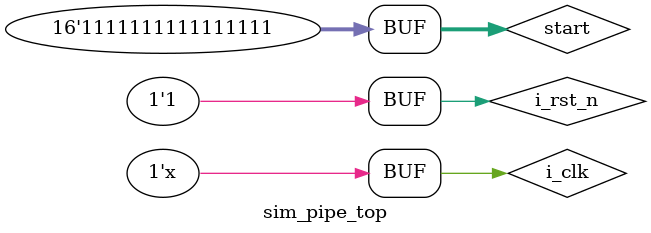
<source format=v>
`timescale 1ns / 1ps


module sim_pipe_top(  );
reg         i_clk;
    reg         i_rst_n;
    wire [15:0]  i_pc;
    reg  [15:0]  start;
    initial begin
        i_clk <= 1'b0;
        i_rst_n <= 1'b0;
        start <= 16'h0000;
        #300
        i_rst_n <= 1'b1;
        #50
        start <= 16'hffff;
    end
    always #10 i_clk <= ~i_clk;
    
    pipe_top upipe_top(
        .i_clk          (i_clk          ),
        .i_rst_n        (i_rst_n        ),
        .src_pc         (16'h0000       ),
        .start          (start           )
    );
endmodule

</source>
